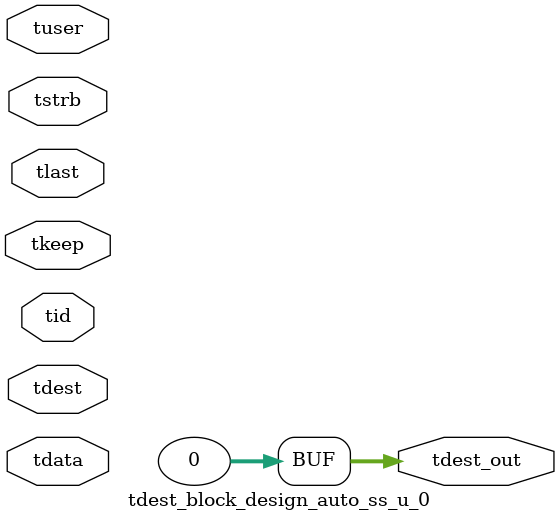
<source format=v>


`timescale 1ps/1ps

module tdest_block_design_auto_ss_u_0 #
(
parameter C_S_AXIS_TDATA_WIDTH = 32,
parameter C_S_AXIS_TUSER_WIDTH = 0,
parameter C_S_AXIS_TID_WIDTH   = 0,
parameter C_S_AXIS_TDEST_WIDTH = 0,
parameter C_M_AXIS_TDEST_WIDTH = 32
)
(
input  [(C_S_AXIS_TDATA_WIDTH == 0 ? 1 : C_S_AXIS_TDATA_WIDTH)-1:0     ] tdata,
input  [(C_S_AXIS_TUSER_WIDTH == 0 ? 1 : C_S_AXIS_TUSER_WIDTH)-1:0     ] tuser,
input  [(C_S_AXIS_TID_WIDTH   == 0 ? 1 : C_S_AXIS_TID_WIDTH)-1:0       ] tid,
input  [(C_S_AXIS_TDEST_WIDTH == 0 ? 1 : C_S_AXIS_TDEST_WIDTH)-1:0     ] tdest,
input  [(C_S_AXIS_TDATA_WIDTH/8)-1:0 ] tkeep,
input  [(C_S_AXIS_TDATA_WIDTH/8)-1:0 ] tstrb,
input                                                                    tlast,
output [C_M_AXIS_TDEST_WIDTH-1:0] tdest_out
);

assign tdest_out = {1'b0};

endmodule


</source>
